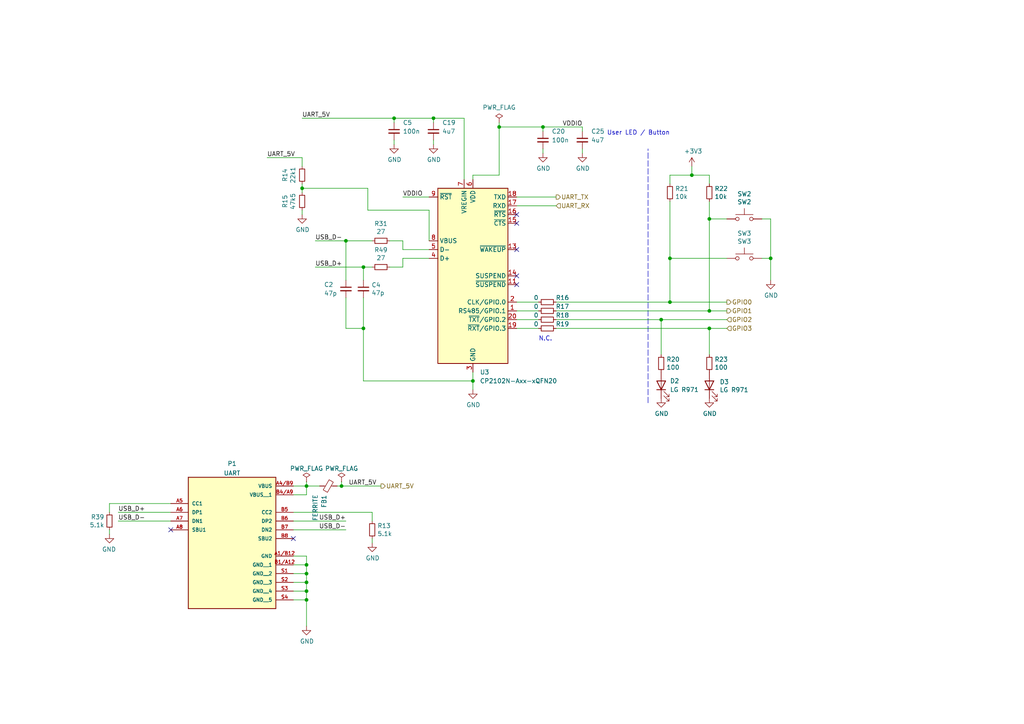
<source format=kicad_sch>
(kicad_sch (version 20250114) (generator "eeschema") (generator_version "9.0")
  (paper "A4")
  (lib_symbols
    (symbol "Device:C_Small" (pin_numbers (hide yes)) (pin_names (offset 0.254) (hide yes))
      (property "Reference" "C" (at 0.254 1.778 0))
      (property "Value" "C_Small" (at 0.254 -2.032 0))
      (symbol "C_Small_0_1"
        (polyline (pts (xy -1.524 0.508) (xy 1.524 0.508)) (stroke (width 0.3048)))
        (polyline (pts (xy -1.524 -0.508) (xy 1.524 -0.508)) (stroke (width 0.3302)))
      )
      (symbol "C_Small_1_1"
        (pin passive line (at 0 2.54 270) (length 2.032) (name "~") (number "1"))
        (pin passive line (at 0 -2.54 90) (length 2.032) (name "~") (number "2"))
      )
    )
    (symbol "Device:FerriteBead_Small" (pin_numbers (hide yes)) (pin_names (offset 0))
      (property "Reference" "FB" (at 1.905 1.27 0))
      (property "Value" "FerriteBead_Small" (at 1.905 -1.27 0))
      (symbol "FerriteBead_Small_0_1"
        (polyline (pts (xy -1.8288 0.2794) (xy -1.1176 1.4986) (xy 1.8288 -0.2032) (xy 1.1176 -1.4224) (xy -1.8288 0.2794)))
        (polyline (pts (xy 0 0.889) (xy 0 1.2954)))
        (polyline (pts (xy 0 -1.27) (xy 0 -0.7874)))
      )
      (symbol "FerriteBead_Small_1_1"
        (pin passive line (at 0 2.54 270) (length 1.27) (name "~") (number "1"))
        (pin passive line (at 0 -2.54 90) (length 1.27) (name "~") (number "2"))
      )
    )
    (symbol "Device:LED" (pin_numbers (hide yes)) (pin_names (offset 1.016) (hide yes))
      (property "Reference" "D" (at 0 2.54 0))
      (property "Value" "LED" (at 0 -2.54 0))
      (symbol "LED_0_1"
        (polyline (pts (xy -3.048 -0.762) (xy -4.572 -2.286) (xy -3.81 -2.286) (xy -4.572 -2.286) (xy -4.572 -1.524)))
        (polyline (pts (xy -1.778 -0.762) (xy -3.302 -2.286) (xy -2.54 -2.286) (xy -3.302 -2.286) (xy -3.302 -1.524)))
        (polyline (pts (xy -1.27 0) (xy 1.27 0)))
        (polyline (pts (xy -1.27 -1.27) (xy -1.27 1.27)) (stroke (width 0.254)))
        (polyline (pts (xy 1.27 -1.27) (xy 1.27 1.27) (xy -1.27 0) (xy 1.27 -1.27)) (stroke (width 0.254)))
      )
      (symbol "LED_1_1"
        (pin passive line (at -3.81 0 0) (length 2.54) (name "K") (number "1"))
        (pin passive line (at 3.81 0 180) (length 2.54) (name "A") (number "2"))
      )
    )
    (symbol "Device:R_Small" (pin_numbers (hide yes)) (pin_names (offset 0.254) (hide yes))
      (property "Reference" "R" (at 0.762 0.508 0))
      (property "Value" "R_Small" (at 0.762 -1.016 0))
      (symbol "R_Small_0_1"
        (rectangle (start -0.762 1.778) (end 0.762 -1.778) (stroke (width 0.2032)))
      )
      (symbol "R_Small_1_1"
        (pin passive line (at 0 2.54 270) (length 0.762) (name "~") (number "1"))
        (pin passive line (at 0 -2.54 90) (length 0.762) (name "~") (number "2"))
      )
    )
    (symbol "GND_1" (power) (pin_names (offset 0))
      (property "Value" "GND" (at 0 -3.81 0))
      (symbol "GND_1_0_1"
        (polyline (pts (xy 0 0) (xy 0 -1.27) (xy 1.27 -1.27) (xy 0 -2.54) (xy -1.27 -1.27) (xy 0 -1.27)))
      )
      (symbol "GND_1_1_1"
        (pin power_in line (at 0 0 270) (length 0) (hide yes) (name "GND") (number "1"))
      )
    )
    (symbol "GND_10" (power) (pin_names (offset 0))
      (property "Value" "GND" (at 0 -3.81 0))
      (symbol "GND_10_0_1"
        (polyline (pts (xy 0 0) (xy 0 -1.27) (xy 1.27 -1.27) (xy 0 -2.54) (xy -1.27 -1.27) (xy 0 -1.27)))
      )
      (symbol "GND_10_1_1"
        (pin power_in line (at 0 0 270) (length 0) (hide yes) (name "GND") (number "1"))
      )
    )
    (symbol "GND_11" (power) (pin_names (offset 0))
      (property "Value" "GND" (at 0 -3.81 0))
      (symbol "GND_11_0_1"
        (polyline (pts (xy 0 0) (xy 0 -1.27) (xy 1.27 -1.27) (xy 0 -2.54) (xy -1.27 -1.27) (xy 0 -1.27)))
      )
      (symbol "GND_11_1_1"
        (pin power_in line (at 0 0 270) (length 0) (hide yes) (name "GND") (number "1"))
      )
    )
    (symbol "GND_2" (power) (pin_names (offset 0))
      (property "Value" "GND" (at 0 -3.81 0))
      (symbol "GND_2_0_1"
        (polyline (pts (xy 0 0) (xy 0 -1.27) (xy 1.27 -1.27) (xy 0 -2.54) (xy -1.27 -1.27) (xy 0 -1.27)))
      )
      (symbol "GND_2_1_1"
        (pin power_in line (at 0 0 270) (length 0) (hide yes) (name "GND") (number "1"))
      )
    )
    (symbol "GND_3" (power) (pin_names (offset 0))
      (property "Value" "GND" (at 0 -3.81 0))
      (symbol "GND_3_0_1"
        (polyline (pts (xy 0 0) (xy 0 -1.27) (xy 1.27 -1.27) (xy 0 -2.54) (xy -1.27 -1.27) (xy 0 -1.27)))
      )
      (symbol "GND_3_1_1"
        (pin power_in line (at 0 0 270) (length 0) (hide yes) (name "GND") (number "1"))
      )
    )
    (symbol "GND_4" (power) (pin_names (offset 0))
      (property "Value" "GND" (at 0 -3.81 0))
      (symbol "GND_4_0_1"
        (polyline (pts (xy 0 0) (xy 0 -1.27) (xy 1.27 -1.27) (xy 0 -2.54) (xy -1.27 -1.27) (xy 0 -1.27)))
      )
      (symbol "GND_4_1_1"
        (pin power_in line (at 0 0 270) (length 0) (hide yes) (name "GND") (number "1"))
      )
    )
    (symbol "GND_5" (power) (pin_names (offset 0))
      (property "Value" "GND" (at 0 -3.81 0))
      (symbol "GND_5_0_1"
        (polyline (pts (xy 0 0) (xy 0 -1.27) (xy 1.27 -1.27) (xy 0 -2.54) (xy -1.27 -1.27) (xy 0 -1.27)))
      )
      (symbol "GND_5_1_1"
        (pin power_in line (at 0 0 270) (length 0) (hide yes) (name "GND") (number "1"))
      )
    )
    (symbol "GND_6" (power) (pin_names (offset 0))
      (property "Value" "GND" (at 0 -3.81 0))
      (symbol "GND_6_0_1"
        (polyline (pts (xy 0 0) (xy 0 -1.27) (xy 1.27 -1.27) (xy 0 -2.54) (xy -1.27 -1.27) (xy 0 -1.27)))
      )
      (symbol "GND_6_1_1"
        (pin power_in line (at 0 0 270) (length 0) (hide yes) (name "GND") (number "1"))
      )
    )
    (symbol "GND_7" (power) (pin_names (offset 0))
      (property "Value" "GND" (at 0 -3.81 0))
      (symbol "GND_7_0_1"
        (polyline (pts (xy 0 0) (xy 0 -1.27) (xy 1.27 -1.27) (xy 0 -2.54) (xy -1.27 -1.27) (xy 0 -1.27)))
      )
      (symbol "GND_7_1_1"
        (pin power_in line (at 0 0 270) (length 0) (hide yes) (name "GND") (number "1"))
      )
    )
    (symbol "GND_8" (power) (pin_names (offset 0))
      (property "Value" "GND" (at 0 -3.81 0))
      (symbol "GND_8_0_1"
        (polyline (pts (xy 0 0) (xy 0 -1.27) (xy 1.27 -1.27) (xy 0 -2.54) (xy -1.27 -1.27) (xy 0 -1.27)))
      )
      (symbol "GND_8_1_1"
        (pin power_in line (at 0 0 270) (length 0) (hide yes) (name "GND") (number "1"))
      )
    )
    (symbol "GND_9" (power) (pin_names (offset 0))
      (property "Value" "GND" (at 0 -3.81 0))
      (symbol "GND_9_0_1"
        (polyline (pts (xy 0 0) (xy 0 -1.27) (xy 1.27 -1.27) (xy 0 -2.54) (xy -1.27 -1.27) (xy 0 -1.27)))
      )
      (symbol "GND_9_1_1"
        (pin power_in line (at 0 0 270) (length 0) (hide yes) (name "GND") (number "1"))
      )
    )
    (symbol "Interface_USB:CP2102N-Axx-xQFN20"
      (property "Reference" "U" (at -8.89 26.67 0))
      (property "Value" "CP2102N-Axx-xQFN20" (at 12.7 26.67 0))
      (symbol "CP2102N-Axx-xQFN20_0_1"
        (rectangle (start -10.16 25.4) (end 10.16 -25.4) (stroke (width 0.254)) (fill (type background)))
      )
      (symbol "CP2102N-Axx-xQFN20_1_1"
        (pin input line (at -12.7 22.86 0) (length 2.54) (name "~{RST}") (number "9"))
        (pin input line (at -12.7 10.16 0) (length 2.54) (name "VBUS") (number "8"))
        (pin bidirectional line (at -12.7 7.62 0) (length 2.54) (name "D-") (number "5"))
        (pin bidirectional line (at -12.7 5.08 0) (length 2.54) (name "D+") (number "4"))
        (pin no_connect line (at -10.16 -22.86 0) (length 2.54) (hide yes) (name "NC") (number "10"))
        (pin power_in line (at -2.54 27.94 270) (length 2.54) (name "VREGIN") (number "7"))
        (pin power_in line (at 0 27.94 270) (length 2.54) (name "VDD") (number "6"))
        (pin passive line (at 0 -27.94 90) (length 2.54) (hide yes) (name "GND") (number "12"))
        (pin passive line (at 0 -27.94 90) (length 2.54) (hide yes) (name "GND") (number "21"))
        (pin power_in line (at 0 -27.94 90) (length 2.54) (name "GND") (number "3"))
        (pin output line (at 12.7 22.86 180) (length 2.54) (name "TXD") (number "18"))
        (pin input line (at 12.7 20.32 180) (length 2.54) (name "RXD") (number "17"))
        (pin output line (at 12.7 17.78 180) (length 2.54) (name "~{RTS}") (number "16"))
        (pin input line (at 12.7 15.24 180) (length 2.54) (name "~{CTS}") (number "15"))
        (pin input line (at 12.7 7.62 180) (length 2.54) (name "~{WAKEUP}") (number "13"))
        (pin output line (at 12.7 0 180) (length 2.54) (name "SUSPEND") (number "14"))
        (pin output line (at 12.7 -2.54 180) (length 2.54) (name "~{SUSPEND}") (number "11"))
        (pin bidirectional line (at 12.7 -7.62 180) (length 2.54) (name "CLK/GPIO.0") (number "2"))
        (pin bidirectional line (at 12.7 -10.16 180) (length 2.54) (name "RS485/GPIO.1") (number "1"))
        (pin bidirectional line (at 12.7 -12.7 180) (length 2.54) (name "~{TXT}/GPIO.2") (number "20"))
        (pin bidirectional line (at 12.7 -15.24 180) (length 2.54) (name "~{RXT}/GPIO.3") (number "19"))
      )
    )
    (symbol "LED_1" (pin_numbers (hide yes)) (pin_names (offset 1.016) (hide yes))
      (property "Reference" "D" (at 0 2.54 0))
      (property "Value" "LED" (at 0 -2.54 0))
      (symbol "LED_1_0_1"
        (polyline (pts (xy -3.048 -0.762) (xy -4.572 -2.286) (xy -3.81 -2.286) (xy -4.572 -2.286) (xy -4.572 -1.524)))
        (polyline (pts (xy -1.778 -0.762) (xy -3.302 -2.286) (xy -2.54 -2.286) (xy -3.302 -2.286) (xy -3.302 -1.524)))
        (polyline (pts (xy -1.27 0) (xy 1.27 0)))
        (polyline (pts (xy -1.27 -1.27) (xy -1.27 1.27)) (stroke (width 0.254)))
        (polyline (pts (xy 1.27 -1.27) (xy 1.27 1.27) (xy -1.27 0) (xy 1.27 -1.27)) (stroke (width 0.254)))
      )
      (symbol "LED_1_1_1"
        (pin passive line (at -3.81 0 0) (length 2.54) (name "K") (number "1"))
        (pin passive line (at 3.81 0 180) (length 2.54) (name "A") (number "2"))
      )
    )
    (symbol "PWR_FLAG_1" (power) (pin_numbers (hide yes)) (pin_names (offset 0) (hide yes))
      (property "Value" "PWR_FLAG" (at 0 3.81 0))
      (symbol "PWR_FLAG_1_0_0"
        (pin power_out line (at 0 0 90) (length 0) (name "pwr") (number "1"))
      )
      (symbol "PWR_FLAG_1_0_1"
        (polyline (pts (xy 0 0) (xy 0 1.27) (xy -1.016 1.905) (xy 0 2.54) (xy 1.016 1.905) (xy 0 1.27)))
      )
    )
    (symbol "PWR_FLAG_2" (power) (pin_numbers (hide yes)) (pin_names (offset 0) (hide yes))
      (property "Value" "PWR_FLAG" (at 0 3.81 0))
      (symbol "PWR_FLAG_2_0_0"
        (pin power_out line (at 0 0 90) (length 0) (name "pwr") (number "1"))
      )
      (symbol "PWR_FLAG_2_0_1"
        (polyline (pts (xy 0 0) (xy 0 1.27) (xy -1.016 1.905) (xy 0 2.54) (xy 1.016 1.905) (xy 0 1.27)))
      )
    )
    (symbol "R_Small_1" (pin_numbers (hide yes)) (pin_names (offset 0.254) (hide yes))
      (property "Reference" "R" (at 0.762 0.508 0))
      (property "Value" "R_Small" (at 0.762 -1.016 0))
      (symbol "R_Small_1_0_1"
        (rectangle (start -0.762 1.778) (end 0.762 -1.778) (stroke (width 0.2032)))
      )
      (symbol "R_Small_1_1_1"
        (pin passive line (at 0 2.54 270) (length 0.762) (name "~") (number "1"))
        (pin passive line (at 0 -2.54 90) (length 0.762) (name "~") (number "2"))
      )
    )
    (symbol "R_Small_10" (pin_numbers (hide yes)) (pin_names (offset 0.254) (hide yes))
      (property "Reference" "R" (at 0.762 0.508 0))
      (property "Value" "R_Small" (at 0.762 -1.016 0))
      (symbol "R_Small_10_0_1"
        (rectangle (start -0.762 1.778) (end 0.762 -1.778) (stroke (width 0.2032)))
      )
      (symbol "R_Small_10_1_1"
        (pin passive line (at 0 2.54 270) (length 0.762) (name "~") (number "1"))
        (pin passive line (at 0 -2.54 90) (length 0.762) (name "~") (number "2"))
      )
    )
    (symbol "R_Small_11" (pin_numbers (hide yes)) (pin_names (offset 0.254) (hide yes))
      (property "Reference" "R" (at 0.762 0.508 0))
      (property "Value" "R_Small" (at 0.762 -1.016 0))
      (symbol "R_Small_11_0_1"
        (rectangle (start -0.762 1.778) (end 0.762 -1.778) (stroke (width 0.2032)))
      )
      (symbol "R_Small_11_1_1"
        (pin passive line (at 0 2.54 270) (length 0.762) (name "~") (number "1"))
        (pin passive line (at 0 -2.54 90) (length 0.762) (name "~") (number "2"))
      )
    )
    (symbol "R_Small_12" (pin_numbers (hide yes)) (pin_names (offset 0.254) (hide yes))
      (property "Reference" "R" (at 0.762 0.508 0))
      (property "Value" "R_Small" (at 0.762 -1.016 0))
      (symbol "R_Small_12_0_1"
        (rectangle (start -0.762 1.778) (end 0.762 -1.778) (stroke (width 0.2032)))
      )
      (symbol "R_Small_12_1_1"
        (pin passive line (at 0 2.54 270) (length 0.762) (name "~") (number "1"))
        (pin passive line (at 0 -2.54 90) (length 0.762) (name "~") (number "2"))
      )
    )
    (symbol "R_Small_13" (pin_numbers (hide yes)) (pin_names (offset 0.254) (hide yes))
      (property "Reference" "R" (at 0.762 0.508 0))
      (property "Value" "R_Small" (at 0.762 -1.016 0))
      (symbol "R_Small_13_0_1"
        (rectangle (start -0.762 1.778) (end 0.762 -1.778) (stroke (width 0.2032)))
      )
      (symbol "R_Small_13_1_1"
        (pin passive line (at 0 2.54 270) (length 0.762) (name "~") (number "1"))
        (pin passive line (at 0 -2.54 90) (length 0.762) (name "~") (number "2"))
      )
    )
    (symbol "R_Small_2" (pin_numbers (hide yes)) (pin_names (offset 0.254) (hide yes))
      (property "Reference" "R" (at 0.762 0.508 0))
      (property "Value" "R_Small" (at 0.762 -1.016 0))
      (symbol "R_Small_2_0_1"
        (rectangle (start -0.762 1.778) (end 0.762 -1.778) (stroke (width 0.2032)))
      )
      (symbol "R_Small_2_1_1"
        (pin passive line (at 0 2.54 270) (length 0.762) (name "~") (number "1"))
        (pin passive line (at 0 -2.54 90) (length 0.762) (name "~") (number "2"))
      )
    )
    (symbol "R_Small_3" (pin_numbers (hide yes)) (pin_names (offset 0.254) (hide yes))
      (property "Reference" "R" (at 0.762 0.508 0))
      (property "Value" "R_Small" (at 0.762 -1.016 0))
      (symbol "R_Small_3_0_1"
        (rectangle (start -0.762 1.778) (end 0.762 -1.778) (stroke (width 0.2032)))
      )
      (symbol "R_Small_3_1_1"
        (pin passive line (at 0 2.54 270) (length 0.762) (name "~") (number "1"))
        (pin passive line (at 0 -2.54 90) (length 0.762) (name "~") (number "2"))
      )
    )
    (symbol "R_Small_4" (pin_numbers (hide yes)) (pin_names (offset 0.254) (hide yes))
      (property "Reference" "R" (at 0.762 0.508 0))
      (property "Value" "R_Small" (at 0.762 -1.016 0))
      (symbol "R_Small_4_0_1"
        (rectangle (start -0.762 1.778) (end 0.762 -1.778) (stroke (width 0.2032)))
      )
      (symbol "R_Small_4_1_1"
        (pin passive line (at 0 2.54 270) (length 0.762) (name "~") (number "1"))
        (pin passive line (at 0 -2.54 90) (length 0.762) (name "~") (number "2"))
      )
    )
    (symbol "R_Small_5" (pin_numbers (hide yes)) (pin_names (offset 0.254) (hide yes))
      (property "Reference" "R" (at 0.762 0.508 0))
      (property "Value" "R_Small" (at 0.762 -1.016 0))
      (symbol "R_Small_5_0_1"
        (rectangle (start -0.762 1.778) (end 0.762 -1.778) (stroke (width 0.2032)))
      )
      (symbol "R_Small_5_1_1"
        (pin passive line (at 0 2.54 270) (length 0.762) (name "~") (number "1"))
        (pin passive line (at 0 -2.54 90) (length 0.762) (name "~") (number "2"))
      )
    )
    (symbol "R_Small_6" (pin_numbers (hide yes)) (pin_names (offset 0.254) (hide yes))
      (property "Reference" "R" (at 0.762 0.508 0))
      (property "Value" "R_Small" (at 0.762 -1.016 0))
      (symbol "R_Small_6_0_1"
        (rectangle (start -0.762 1.778) (end 0.762 -1.778) (stroke (width 0.2032)))
      )
      (symbol "R_Small_6_1_1"
        (pin passive line (at 0 2.54 270) (length 0.762) (name "~") (number "1"))
        (pin passive line (at 0 -2.54 90) (length 0.762) (name "~") (number "2"))
      )
    )
    (symbol "R_Small_7" (pin_numbers (hide yes)) (pin_names (offset 0.254) (hide yes))
      (property "Reference" "R" (at 0.762 0.508 0))
      (property "Value" "R_Small" (at 0.762 -1.016 0))
      (symbol "R_Small_7_0_1"
        (rectangle (start -0.762 1.778) (end 0.762 -1.778) (stroke (width 0.2032)))
      )
      (symbol "R_Small_7_1_1"
        (pin passive line (at 0 2.54 270) (length 0.762) (name "~") (number "1"))
        (pin passive line (at 0 -2.54 90) (length 0.762) (name "~") (number "2"))
      )
    )
    (symbol "R_Small_8" (pin_numbers (hide yes)) (pin_names (offset 0.254) (hide yes))
      (property "Reference" "R" (at 0.762 0.508 0))
      (property "Value" "R_Small" (at 0.762 -1.016 0))
      (symbol "R_Small_8_0_1"
        (rectangle (start -0.762 1.778) (end 0.762 -1.778) (stroke (width 0.2032)))
      )
      (symbol "R_Small_8_1_1"
        (pin passive line (at 0 2.54 270) (length 0.762) (name "~") (number "1"))
        (pin passive line (at 0 -2.54 90) (length 0.762) (name "~") (number "2"))
      )
    )
    (symbol "R_Small_9" (pin_numbers (hide yes)) (pin_names (offset 0.254) (hide yes))
      (property "Reference" "R" (at 0.762 0.508 0))
      (property "Value" "R_Small" (at 0.762 -1.016 0))
      (symbol "R_Small_9_0_1"
        (rectangle (start -0.762 1.778) (end 0.762 -1.778) (stroke (width 0.2032)))
      )
      (symbol "R_Small_9_1_1"
        (pin passive line (at 0 2.54 270) (length 0.762) (name "~") (number "1"))
        (pin passive line (at 0 -2.54 90) (length 0.762) (name "~") (number "2"))
      )
    )
    (symbol "Switch:SW_Push" (pin_numbers (hide yes)) (pin_names (offset 1.016) (hide yes))
      (property "Reference" "SW" (at 1.27 2.54 0))
      (property "Value" "SW_Push" (at 0 -1.524 0))
      (symbol "SW_Push_0_1"
        (circle (center -2.032 0) (radius 0.508))
        (polyline (pts (xy 0 1.27) (xy 0 3.048)))
        (circle (center 2.032 0) (radius 0.508))
        (polyline (pts (xy 2.54 1.27) (xy -2.54 1.27)))
        (pin passive line (at -5.08 0 0) (length 2.54) (name "1") (number "1"))
        (pin passive line (at 5.08 0 180) (length 2.54) (name "2") (number "2"))
      )
    )
    (symbol "power:+3V3" (power) (pin_names (offset 0))
      (property "Value" "+3V3" (at 0 3.556 0))
      (symbol "+3V3_0_1"
        (polyline (pts (xy -0.762 1.27) (xy 0 2.54)))
        (polyline (pts (xy 0 2.54) (xy 0.762 1.27)))
        (polyline (pts (xy 0 0) (xy 0 2.54)))
      )
      (symbol "+3V3_1_1"
        (pin power_in line (at 0 0 90) (length 0) (hide yes) (name "+3V3") (number "1"))
      )
    )
    (symbol "power:GND" (power) (pin_names (offset 0))
      (property "Value" "GND" (at 0 -3.81 0))
      (symbol "GND_0_1"
        (polyline (pts (xy 0 0) (xy 0 -1.27) (xy 1.27 -1.27) (xy 0 -2.54) (xy -1.27 -1.27) (xy 0 -1.27)))
      )
      (symbol "GND_1_1"
        (pin power_in line (at 0 0 270) (length 0) (hide yes) (name "GND") (number "1"))
      )
    )
    (symbol "power:PWR_FLAG" (power) (pin_numbers (hide yes)) (pin_names (offset 0) (hide yes))
      (property "Value" "PWR_FLAG" (at 0 3.81 0))
      (symbol "PWR_FLAG_0_0"
        (pin power_out line (at 0 0 90) (length 0) (name "pwr") (number "1"))
      )
      (symbol "PWR_FLAG_0_1"
        (polyline (pts (xy 0 0) (xy 0 1.27) (xy -1.016 1.905) (xy 0 2.54) (xy 1.016 1.905) (xy 0 1.27)))
      )
    )
    (symbol "snapeda:USB4110-GF-A_REVB" (pin_names (offset 1.016))
      (property "Reference" "J" (at -12.7 11.43 0))
      (property "Value" "USB4110-GF-A_REVB" (at -12.7 -30.48 0))
      (symbol "USB4110-GF-A_REVB_0_0"
        (rectangle (start -12.7 -27.94) (end 12.7 10.16) (stroke (width 0.254)) (fill (type background)))
        (pin bidirectional line (at -17.78 2.54 0) (length 5.08) (name "CC1") (number "A5"))
        (pin bidirectional line (at -17.78 0 0) (length 5.08) (name "DP1") (number "A6"))
        (pin bidirectional line (at -17.78 -2.54 0) (length 5.08) (name "DN1") (number "A7"))
        (pin bidirectional line (at -17.78 -5.08 0) (length 5.08) (name "SBU1") (number "A8"))
        (pin power_in line (at 17.78 7.62 180) (length 5.08) (name "VBUS") (number "A4/B9"))
        (pin power_in line (at 17.78 5.08 180) (length 5.08) (name "VBUS__1") (number "B4/A9"))
        (pin bidirectional line (at 17.78 0 180) (length 5.08) (name "CC2") (number "B5"))
        (pin bidirectional line (at 17.78 -2.54 180) (length 5.08) (name "DP2") (number "B6"))
        (pin bidirectional line (at 17.78 -5.08 180) (length 5.08) (name "DN2") (number "B7"))
        (pin bidirectional line (at 17.78 -7.62 180) (length 5.08) (name "SBU2") (number "B8"))
        (pin power_in line (at 17.78 -12.7 180) (length 5.08) (name "GND") (number "A1/B12"))
        (pin power_in line (at 17.78 -15.24 180) (length 5.08) (name "GND__1") (number "B1/A12"))
        (pin power_in line (at 17.78 -17.78 180) (length 5.08) (name "GND__2") (number "S1"))
        (pin power_in line (at 17.78 -20.32 180) (length 5.08) (name "GND__3") (number "S2"))
        (pin power_in line (at 17.78 -22.86 180) (length 5.08) (name "GND__4") (number "S3"))
        (pin power_in line (at 17.78 -25.4 180) (length 5.08) (name "GND__5") (number "S4"))
      )
    )
  )
  (text "User LED / Button" (at 194.31 39.37 0) (effects (font (size 1.27 1.27)) (justify right bottom)))
  (text "N.C." (at 156.21 99.06 0) (effects (font (size 1.27 1.27)) (justify left bottom)))
  (junction (at 125.73 34.29))
  (junction (at 105.41 95.25))
  (junction (at 223.52 74.93))
  (junction (at 105.41 77.47))
  (junction (at 200.66 50.8))
  (junction (at 88.9 166.37))
  (junction (at 205.74 90.17))
  (junction (at 191.77 92.71))
  (junction (at 205.74 95.25))
  (junction (at 137.16 110.49))
  (junction (at 87.63 54.61))
  (junction (at 88.9 163.83))
  (junction (at 194.31 87.63))
  (junction (at 88.9 168.91))
  (junction (at 88.9 171.45))
  (junction (at 144.78 36.83))
  (junction (at 88.9 140.97))
  (junction (at 114.3 34.29))
  (junction (at 88.9 173.99))
  (junction (at 100.33 69.85))
  (junction (at 194.31 74.93))
  (junction (at 205.74 63.5))
  (junction (at 99.06 140.97))
  (junction (at 157.48 36.83))
  (no_connect (at 149.86 62.23))
  (no_connect (at 49.53 153.67))
  (no_connect (at 85.09 156.21))
  (no_connect (at 149.86 64.77))
  (no_connect (at 149.86 80.01))
  (no_connect (at 149.86 72.39))
  (no_connect (at 149.86 82.55))
  (wire (pts (xy 114.3 35.56) (xy 114.3 34.29)))
  (wire (pts (xy 161.29 92.71) (xy 191.77 92.71)))
  (wire (pts (xy 125.73 34.29) (xy 125.73 35.56)))
  (wire (pts (xy 194.31 74.93) (xy 194.31 58.42)))
  (wire (pts (xy 161.29 90.17) (xy 205.74 90.17)))
  (wire (pts (xy 107.95 148.59) (xy 107.95 151.13)))
  (wire (pts (xy 85.09 166.37) (xy 88.9 166.37)))
  (wire (pts (xy 100.33 69.85) (xy 91.44 69.85)))
  (wire (pts (xy 194.31 74.93) (xy 210.82 74.93)))
  (wire (pts (xy 87.63 34.29) (xy 114.3 34.29)))
  (wire (pts (xy 49.53 146.05) (xy 31.75 146.05)))
  (wire (pts (xy 85.09 173.99) (xy 88.9 173.99)))
  (wire (pts (xy 88.9 140.97) (xy 92.71 140.97)))
  (wire (pts (xy 220.98 63.5) (xy 223.52 63.5)))
  (wire (pts (xy 194.31 87.63) (xy 210.82 87.63)))
  (wire (pts (xy 85.09 161.29) (xy 88.9 161.29)))
  (wire (pts (xy 88.9 161.29) (xy 88.9 163.83)))
  (wire (pts (xy 88.9 163.83) (xy 88.9 166.37)))
  (wire (pts (xy 88.9 166.37) (xy 88.9 168.91)))
  (wire (pts (xy 88.9 168.91) (xy 88.9 171.45)))
  (wire (pts (xy 88.9 171.45) (xy 88.9 173.99)))
  (wire (pts (xy 88.9 173.99) (xy 88.9 181.61)))
  (wire (pts (xy 157.48 36.83) (xy 168.91 36.83)))
  (wire (pts (xy 85.09 171.45) (xy 88.9 171.45)))
  (wire (pts (xy 88.9 139.7) (xy 88.9 140.97)))
  (wire (pts (xy 205.74 95.25) (xy 210.82 95.25)))
  (wire (pts (xy 125.73 40.64) (xy 125.73 41.91)))
  (wire (pts (xy 191.77 92.71) (xy 210.82 92.71)))
  (wire (pts (xy 116.84 72.39) (xy 116.84 69.85)))
  (wire (pts (xy 105.41 110.49) (xy 137.16 110.49)))
  (wire (pts (xy 205.74 102.87) (xy 205.74 95.25)))
  (wire (pts (xy 161.29 95.25) (xy 205.74 95.25)))
  (wire (pts (xy 144.78 50.8) (xy 144.78 36.83)))
  (wire (pts (xy 157.48 38.1) (xy 157.48 36.83)))
  (wire (pts (xy 223.52 63.5) (xy 223.52 74.93)))
  (wire (pts (xy 114.3 34.29) (xy 125.73 34.29)))
  (wire (pts (xy 144.78 36.83) (xy 157.48 36.83)))
  (wire (pts (xy 137.16 110.49) (xy 137.16 107.95)))
  (wire (pts (xy 124.46 72.39) (xy 116.84 72.39)))
  (wire (pts (xy 194.31 53.34) (xy 194.31 50.8)))
  (wire (pts (xy 223.52 74.93) (xy 223.52 81.28)))
  (wire (pts (xy 205.74 63.5) (xy 205.74 58.42)))
  (wire (pts (xy 85.09 148.59) (xy 107.95 148.59)))
  (wire (pts (xy 114.3 41.91) (xy 114.3 40.64)))
  (wire (pts (xy 191.77 102.87) (xy 191.77 92.71)))
  (wire (pts (xy 144.78 35.56) (xy 144.78 36.83)))
  (wire (pts (xy 99.06 140.97) (xy 110.49 140.97)))
  (wire (pts (xy 77.47 45.72) (xy 87.63 45.72)))
  (wire (pts (xy 85.09 168.91) (xy 88.9 168.91)))
  (wire (pts (xy 31.75 146.05) (xy 31.75 148.59)))
  (wire (pts (xy 99.06 139.7) (xy 99.06 140.97)))
  (wire (pts (xy 87.63 54.61) (xy 106.68 54.61)))
  (wire (pts (xy 87.63 54.61) (xy 87.63 55.88)))
  (wire (pts (xy 161.29 87.63) (xy 194.31 87.63)))
  (wire (pts (xy 149.86 92.71) (xy 156.21 92.71)))
  (wire (pts (xy 161.29 57.15) (xy 149.86 57.15)))
  (wire (pts (xy 157.48 44.45) (xy 157.48 43.18)))
  (wire (pts (xy 85.09 151.13) (xy 100.33 151.13)))
  (wire (pts (xy 205.74 90.17) (xy 210.82 90.17)))
  (wire (pts (xy 105.41 77.47) (xy 91.44 77.47)))
  (wire (pts (xy 107.95 69.85) (xy 100.33 69.85)))
  (wire (pts (xy 100.33 86.36) (xy 100.33 95.25)))
  (wire (pts (xy 168.91 43.18) (xy 168.91 44.45)))
  (wire (pts (xy 168.91 36.83) (xy 168.91 38.1)))
  (wire (pts (xy 31.75 153.67) (xy 31.75 154.94)))
  (wire (pts (xy 194.31 74.93) (xy 194.31 87.63)))
  (wire (pts (xy 116.84 77.47) (xy 113.03 77.47)))
  (wire (pts (xy 85.09 140.97) (xy 88.9 140.97)))
  (wire (pts (xy 85.09 163.83) (xy 88.9 163.83)))
  (wire (pts (xy 149.86 59.69) (xy 161.29 59.69)))
  (wire (pts (xy 87.63 60.96) (xy 87.63 62.23)))
  (wire (pts (xy 85.09 153.67) (xy 100.33 153.67)))
  (wire (pts (xy 205.74 63.5) (xy 205.74 90.17)))
  (wire (pts (xy 205.74 63.5) (xy 210.82 63.5)))
  (wire (pts (xy 125.73 34.29) (xy 134.62 34.29)))
  (wire (pts (xy 149.86 87.63) (xy 156.21 87.63)))
  (wire (pts (xy 107.95 156.21) (xy 107.95 157.48)))
  (wire (pts (xy 107.95 77.47) (xy 105.41 77.47)))
  (wire (pts (xy 105.41 81.28) (xy 105.41 77.47)))
  (wire (pts (xy 116.84 74.93) (xy 116.84 77.47)))
  (wire (pts (xy 34.29 148.59) (xy 49.53 148.59)))
  (wire (pts (xy 116.84 69.85) (xy 113.03 69.85)))
  (wire (pts (xy 124.46 74.93) (xy 116.84 74.93)))
  (polyline (pts (xy 187.96 116.84) (xy 187.96 43.18)) (stroke (width 0) (type dash)))
  (wire (pts (xy 116.84 57.15) (xy 124.46 57.15)))
  (wire (pts (xy 137.16 50.8) (xy 137.16 52.07)))
  (wire (pts (xy 100.33 81.28) (xy 100.33 69.85)))
  (wire (pts (xy 137.16 50.8) (xy 144.78 50.8)))
  (wire (pts (xy 87.63 53.34) (xy 87.63 54.61)))
  (wire (pts (xy 149.86 90.17) (xy 156.21 90.17)))
  (wire (pts (xy 105.41 86.36) (xy 105.41 95.25)))
  (wire (pts (xy 106.68 54.61) (xy 106.68 60.96)))
  (wire (pts (xy 124.46 69.85) (xy 124.46 60.96)))
  (wire (pts (xy 34.29 151.13) (xy 49.53 151.13)))
  (wire (pts (xy 200.66 48.26) (xy 200.66 50.8)))
  (wire (pts (xy 85.09 143.51) (xy 88.9 143.51)))
  (wire (pts (xy 88.9 143.51) (xy 88.9 140.97)))
  (wire (pts (xy 105.41 95.25) (xy 105.41 110.49)))
  (wire (pts (xy 205.74 50.8) (xy 205.74 53.34)))
  (wire (pts (xy 205.74 50.8) (xy 200.66 50.8)))
  (wire (pts (xy 87.63 45.72) (xy 87.63 48.26)))
  (wire (pts (xy 100.33 95.25) (xy 105.41 95.25)))
  (wire (pts (xy 106.68 60.96) (xy 124.46 60.96)))
  (wire (pts (xy 149.86 95.25) (xy 156.21 95.25)))
  (wire (pts (xy 137.16 110.49) (xy 137.16 113.03)))
  (wire (pts (xy 97.79 140.97) (xy 99.06 140.97)))
  (wire (pts (xy 134.62 34.29) (xy 134.62 52.07)))
  (wire (pts (xy 194.31 50.8) (xy 200.66 50.8)))
  (wire (pts (xy 220.98 74.93) (xy 223.52 74.93)))
  (label "VDDIO" (at 168.91 36.83 180))
  (label "USB_D+" (at 34.29 148.59 0))
  (label "UART_5V" (at 109.22 140.97 180))
  (label "USB_D+" (at 91.44 77.47 0))
  (label "UART_5V" (at 77.47 45.72 0))
  (label "USB_D-" (at 34.29 151.13 0))
  (label "USB_D-" (at 100.33 153.67 180))
  (label "USB_D+" (at 100.33 151.13 180))
  (label "UART_5V" (at 87.63 34.29 0))
  (label "USB_D-" (at 91.44 69.85 0))
  (label "VDDIO" (at 116.84 57.15 0))
  (hierarchical_label "GPIO1" (shape output) (at 210.82 90.17 0))
  (hierarchical_label "UART_RX" (shape input) (at 161.29 59.69 0))
  (hierarchical_label "GPIO2" (shape input) (at 210.82 92.71 0))
  (hierarchical_label "GPIO0" (shape output) (at 210.82 87.63 0))
  (hierarchical_label "UART_TX" (shape output) (at 161.29 57.15 0))
  (hierarchical_label "UART_5V" (shape output) (at 110.49 140.97 0))
  (hierarchical_label "GPIO3" (shape input) (at 210.82 95.25 0))
  (symbol (lib_name "R_Small_13") (lib_id "Device:R_Small") (at 107.95 153.67 180) (unit 1)
    (property "Reference" "R13" (at 109.4486 152.5016 0) (effects (justify right)))
    (property "Value" "5.1k" (at 109.4486 154.813 0) (effects (justify right)))
    (property "Footprint" "Resistor_SMD:R_0805_2012Metric" (effects (hide yes)))
    (property "MPN" "5k1 0805" (effects (hide yes)))
  )
  (symbol (lib_id "power:GND") (at 107.95 157.48 0) (unit 1)
    (property "Reference" "#PWR027" (effects (hide yes)))
    (property "Value" "GND" (at 108.077 161.8742 0))
  )
  (symbol (lib_name "R_Small_12") (lib_id "Device:R_Small") (at 191.77 105.41 0) (unit 1)
    (property "Reference" "R20" (at 193.2686 104.2416 0) (effects (justify left)))
    (property "Value" "100" (at 193.2686 106.553 0) (effects (justify left)))
    (property "Footprint" "Resistor_SMD:R_0805_2012Metric" (effects (hide yes)))
    (property "MPN" "0805 100" (effects (hide yes)))
  )
  (symbol (lib_name "LED_1") (lib_id "Device:LED") (at 191.77 111.76 90) (unit 1)
    (property "Reference" "D2" (at 194.31 110.49 90) (effects (justify right)))
    (property "Value" "LG R971" (at 194.31 113.03 90) (effects (justify right)))
    (property "Footprint" "LED_SMD:LED_0805_2012Metric" (effects (hide yes)))
    (property "MPN" "LG R971-KN-1" (effects (hide yes)))
  )
  (symbol (lib_name "GND_11") (lib_id "power:GND") (at 191.77 115.57 0) (unit 1)
    (property "Reference" "#PWR032" (effects (hide yes)))
    (property "Value" "GND" (at 191.897 119.9642 0))
  )
  (symbol (lib_name "R_Small_11") (lib_id "Device:R_Small") (at 205.74 105.41 0) (unit 1)
    (property "Reference" "R23" (at 207.2386 104.2416 0) (effects (justify left)))
    (property "Value" "100" (at 207.2386 106.553 0) (effects (justify left)))
    (property "Footprint" "Resistor_SMD:R_0805_2012Metric" (effects (hide yes)))
    (property "MPN" "0805 100" (effects (hide yes)))
  )
  (symbol (lib_id "Device:LED") (at 205.74 111.76 90) (unit 1)
    (property "Reference" "D3" (at 208.7372 110.7694 90) (effects (justify right)))
    (property "Value" "LG R971" (at 208.7372 113.0808 90) (effects (justify right)))
    (property "Footprint" "LED_SMD:LED_0805_2012Metric" (effects (hide yes)))
    (property "MPN" "LG R971-KN-1" (effects (hide yes)))
  )
  (symbol (lib_name "GND_10") (lib_id "power:GND") (at 205.74 115.57 0) (unit 1)
    (property "Reference" "#PWR034" (effects (hide yes)))
    (property "Value" "GND" (at 205.867 119.9642 0))
  )
  (symbol (lib_name "R_Small_10") (lib_id "Device:R_Small") (at 194.31 55.88 0) (unit 1)
    (property "Reference" "R21" (at 195.8086 54.7116 0) (effects (justify left)))
    (property "Value" "10k" (at 195.8086 57.023 0) (effects (justify left)))
    (property "Footprint" "Resistor_SMD:R_0805_2012Metric" (effects (hide yes)))
    (property "MPN" "10k 0805" (effects (hide yes)))
  )
  (symbol (lib_id "Device:R_Small") (at 205.74 55.88 0) (unit 1)
    (property "Reference" "R22" (at 207.2386 54.7116 0) (effects (justify left)))
    (property "Value" "10k" (at 207.2386 57.023 0) (effects (justify left)))
    (property "Footprint" "Resistor_SMD:R_0805_2012Metric" (effects (hide yes)))
    (property "MPN" "10k 0805" (effects (hide yes)))
  )
  (symbol (lib_id "power:+3V3") (at 200.66 48.26 0) (unit 1)
    (property "Reference" "#PWR033" (effects (hide yes)))
    (property "Value" "+3V3" (at 201.041 43.8658 0))
  )
  (symbol (lib_name "GND_9") (lib_id "power:GND") (at 223.52 81.28 0) (unit 1)
    (property "Reference" "#PWR035" (effects (hide yes)))
    (property "Value" "GND" (at 223.647 85.6742 0))
  )
  (symbol (lib_name "R_Small_8") (lib_id "Device:R_Small") (at 158.75 87.63 90) (unit 1)
    (property "Reference" "R16" (at 165.1 86.36 90) (effects (justify left)))
    (property "Value" "0" (at 156.21 86.36 90) (effects (justify left)))
    (property "Footprint" "Resistor_SMD:R_0805_2012Metric" (effects (hide yes)))
    (property "MPN" "0805 0.0" (effects (hide yes)))
  )
  (symbol (lib_name "R_Small_9") (lib_id "Device:R_Small") (at 158.75 90.17 90) (unit 1)
    (property "Reference" "R17" (at 165.1 88.9 90) (effects (justify left)))
    (property "Value" "0" (at 156.21 88.9 90) (effects (justify left)))
    (property "Footprint" "Resistor_SMD:R_0805_2012Metric" (effects (hide yes)))
    (property "MPN" "0805 0.0" (effects (hide yes)))
  )
  (symbol (lib_name "R_Small_7") (lib_id "Device:R_Small") (at 158.75 92.71 90) (unit 1)
    (property "Reference" "R18" (at 165.1 91.44 90) (effects (justify left)))
    (property "Value" "0" (at 156.21 91.44 90) (effects (justify left)))
    (property "Footprint" "Resistor_SMD:R_0805_2012Metric" (effects (hide yes)))
    (property "MPN" "0805 0.0" (effects (hide yes)))
  )
  (symbol (lib_name "R_Small_6") (lib_id "Device:R_Small") (at 158.75 95.25 90) (unit 1)
    (property "Reference" "R19" (at 165.1 93.98 90) (effects (justify left)))
    (property "Value" "0" (at 156.21 93.98 90) (effects (justify left)))
    (property "Footprint" "Resistor_SMD:R_0805_2012Metric" (effects (hide yes)))
    (property "MPN" "0805 0.0" (effects (hide yes)))
  )
  (symbol (lib_id "Switch:SW_Push") (at 215.9 74.93 0) (unit 1)
    (property "Reference" "SW3" (at 215.9 67.691 0))
    (property "Value" "SW3" (at 215.9 70.0024 0))
    (property "Footprint" "Button_Switch_SMD:SW_SPST_EVPBF" (effects (hide yes)))
    (property "MPN" "EVP-BF6C1A000" (effects (hide yes)))
  )
  (symbol (lib_id "Switch:SW_Push") (at 215.9 63.5 0) (unit 1)
    (property "Reference" "SW2" (at 215.9 56.261 0))
    (property "Value" "SW2" (at 215.9 58.5724 0))
    (property "Footprint" "Button_Switch_SMD:SW_SPST_EVPBF" (effects (hide yes)))
    (property "MPN" "EVP-BF6C1A000" (effects (hide yes)))
  )
  (symbol (lib_name "R_Small_4") (lib_id "Device:R_Small") (at 87.63 50.8 0) (unit 1)
    (property "Reference" "R14" (at 82.6516 50.8 90))
    (property "Value" "22k1" (at 84.963 50.8 90))
    (property "Footprint" "Resistor_SMD:R_0805_2012Metric" (effects (hide yes)))
    (property "MPN" "22k1 0805" (effects (hide yes)))
  )
  (symbol (lib_name "GND_8") (lib_id "power:GND") (at 125.73 41.91 0) (unit 1)
    (property "Reference" "#PWR0124" (effects (hide yes)))
    (property "Value" "GND" (at 125.857 46.3042 0))
  )
  (symbol (lib_name "R_Small_5") (lib_id "Device:R_Small") (at 110.49 77.47 270) (unit 1)
    (property "Reference" "R49" (at 110.49 72.4916 90))
    (property "Value" "27" (at 110.49 74.803 90))
    (property "Footprint" "Resistor_SMD:R_0805_2012Metric" (effects (hide yes)))
    (property "MPN" "0805 27" (effects (hide yes)))
  )
  (symbol (lib_id "Device:C_Small") (at 125.73 38.1 0) (mirror y) (unit 1)
    (property "Reference" "C19" (at 128.27 35.56 0) (effects (justify right)))
    (property "Value" "4u7" (at 128.27 38.1 0) (effects (justify right)))
    (property "Footprint" "Capacitor_SMD:C_0805_2012Metric" (effects (hide yes)))
    (property "MPN" "4.7uF 0805" (effects (hide yes)))
  )
  (symbol (lib_name "PWR_FLAG_2") (lib_id "power:PWR_FLAG") (at 88.9 139.7 0) (unit 1)
    (property "Reference" "#FLG0102" (effects (hide yes)))
    (property "Value" "PWR_FLAG" (at 88.9 135.89 0))
  )
  (symbol (lib_id "power:PWR_FLAG") (at 144.78 35.56 0) (unit 1)
    (property "Reference" "#FLG0105" (effects (hide yes)))
    (property "Value" "PWR_FLAG" (at 144.78 31.1658 0))
  )
  (symbol (lib_name "R_Small_3") (lib_id "Device:R_Small") (at 110.49 69.85 270) (unit 1)
    (property "Reference" "R31" (at 110.49 64.8716 90))
    (property "Value" "27" (at 110.49 67.183 90))
    (property "Footprint" "Resistor_SMD:R_0805_2012Metric" (effects (hide yes)))
    (property "MPN" "0805 27" (effects (hide yes)))
  )
  (symbol (lib_id "Interface_USB:CP2102N-Axx-xQFN20") (at 137.16 80.01 0) (unit 1)
    (property "Reference" "U3" (at 139.1794 107.95 0) (effects (justify left)))
    (property "Value" "CP2102N-Axx-xQFN20" (at 139.1794 110.49 0) (effects (justify left)))
    (property "Footprint" "Package_DFN_QFN:SiliconLabs_QFN-20-1EP_3x3mm_P0.5mm_EP1.8x1.8mm" (effects (hide yes)))
    (property "Datasheet" "https://www.silabs.com/documents/public/data-sheets/cp2102n-datasheet.pdf" (effects (hide yes)))
    (property "MPN" "CP2102N-A02-GQFN20" (effects (hide yes)))
  )
  (symbol (lib_name "GND_7") (lib_id "power:GND") (at 31.75 154.94 0) (mirror y) (unit 1)
    (property "Reference" "#PWR0113" (effects (hide yes)))
    (property "Value" "GND" (at 31.623 159.3342 0))
  )
  (symbol (lib_name "GND_6") (lib_id "power:GND") (at 114.3 41.91 0) (unit 1)
    (property "Reference" "#PWR0123" (effects (hide yes)))
    (property "Value" "GND" (at 114.427 46.3042 0))
  )
  (symbol (lib_name "GND_5") (lib_id "power:GND") (at 88.9 181.61 0) (unit 1)
    (property "Reference" "#PWR0114" (effects (hide yes)))
    (property "Value" "GND" (at 89.027 186.0042 0))
  )
  (symbol (lib_name "PWR_FLAG_1") (lib_id "power:PWR_FLAG") (at 99.06 139.7 0) (unit 1)
    (property "Reference" "#FLG0104" (effects (hide yes)))
    (property "Value" "PWR_FLAG" (at 99.06 135.89 0))
  )
  (symbol (lib_id "Device:C_Small") (at 100.33 83.82 0) (mirror y) (unit 1)
    (property "Reference" "C2" (at 93.98 82.55 0) (effects (justify right)))
    (property "Value" "47p" (at 93.98 85.09 0) (effects (justify right)))
    (property "Footprint" "Capacitor_SMD:C_0805_2012Metric" (effects (hide yes)))
    (property "MPN" "47pF 0805" (effects (hide yes)))
  )
  (symbol (lib_id "Device:C_Small") (at 105.41 83.82 0) (unit 1)
    (property "Reference" "C4" (at 107.7468 82.6516 0) (effects (justify left)))
    (property "Value" "47p" (at 107.7468 84.963 0) (effects (justify left)))
    (property "Footprint" "Capacitor_SMD:C_0805_2012Metric" (effects (hide yes)))
    (property "MPN" "47pF 0805" (effects (hide yes)))
  )
  (symbol (lib_id "snapeda:USB4110-GF-A_REVB") (at 67.31 148.59 0) (unit 1)
    (property "Reference" "P1" (at 67.31 134.4634 0))
    (property "Value" "UART" (at 67.31 137.2385 0))
    (property "Footprint" "snapeda:GCT_USB4110-GF-A_REVB" (effects (hide yes)))
    (property "Datasheet" "https://www.mouser.de/datasheet/2/837/USB4110-2888203.pdf" (effects (hide yes)))
    (property "MPN" "USB4110-GF-A" (effects (hide yes)))
  )
  (symbol (lib_name "R_Small_2") (lib_id "Device:R_Small") (at 87.63 58.42 0) (unit 1)
    (property "Reference" "R15" (at 82.6516 58.42 90))
    (property "Value" "47k5" (at 84.963 58.42 90))
    (property "Footprint" "Resistor_SMD:R_0805_2012Metric" (effects (hide yes)))
    (property "MPN" "0805 47.5k" (effects (hide yes)))
  )
  (symbol (lib_id "Device:FerriteBead_Small") (at 95.25 140.97 90) (unit 1)
    (property "Reference" "FB1" (at 93.98 147.32 0) (effects (justify left)))
    (property "Value" "FERRITE" (at 91.44 151.13 0) (effects (justify left)))
    (property "Footprint" "Inductor_SMD:L_0805_2012Metric" (effects (hide yes)))
    (property "MPN" "ACML-0805-301-T" (effects (hide yes)))
  )
  (symbol (lib_id "Device:C_Small") (at 168.91 40.64 0) (mirror y) (unit 1)
    (property "Reference" "C25" (at 171.45 38.1 0) (effects (justify right)))
    (property "Value" "4u7" (at 171.45 40.64 0) (effects (justify right)))
    (property "Footprint" "Capacitor_SMD:C_0805_2012Metric" (effects (hide yes)))
    (property "MPN" "4.7uF 0805" (effects (hide yes)))
  )
  (symbol (lib_name "GND_4") (lib_id "power:GND") (at 157.48 44.45 0) (unit 1)
    (property "Reference" "#PWR0121" (effects (hide yes)))
    (property "Value" "GND" (at 157.607 48.8442 0))
  )
  (symbol (lib_id "Device:C_Small") (at 114.3 38.1 0) (mirror y) (unit 1)
    (property "Reference" "C5" (at 116.84 35.56 0) (effects (justify right)))
    (property "Value" "100n" (at 116.84 38.1 0) (effects (justify right)))
    (property "Footprint" "Capacitor_SMD:C_0805_2012Metric" (effects (hide yes)))
    (property "MPN" "100nF 0805" (effects (hide yes)))
  )
  (symbol (lib_name "GND_2") (lib_id "power:GND") (at 87.63 62.23 0) (unit 1)
    (property "Reference" "#PWR0125" (effects (hide yes)))
    (property "Value" "GND" (at 87.757 66.6242 0))
  )
  (symbol (lib_name "GND_1") (lib_id "power:GND") (at 168.91 44.45 0) (unit 1)
    (property "Reference" "#PWR0122" (effects (hide yes)))
    (property "Value" "GND" (at 169.037 48.8442 0))
  )
  (symbol (lib_name "R_Small_1") (lib_id "Device:R_Small") (at 31.75 151.13 0) (mirror x) (unit 1)
    (property "Reference" "R39" (at 30.2514 149.9616 0) (effects (justify right)))
    (property "Value" "5.1k" (at 30.2514 152.273 0) (effects (justify right)))
    (property "Footprint" "Resistor_SMD:R_0805_2012Metric" (effects (hide yes)))
    (property "MPN" "5k1 0805" (effects (hide yes)))
  )
  (symbol (lib_id "Device:C_Small") (at 157.48 40.64 0) (mirror y) (unit 1)
    (property "Reference" "C20" (at 160.02 38.1 0) (effects (justify right)))
    (property "Value" "100n" (at 160.02 40.64 0) (effects (justify right)))
    (property "Footprint" "Capacitor_SMD:C_0805_2012Metric" (effects (hide yes)))
    (property "MPN" "100nF 0805" (effects (hide yes)))
  )
  (symbol (lib_name "GND_3") (lib_id "power:GND") (at 137.16 113.03 0) (unit 1)
    (property "Reference" "#PWR0120" (effects (hide yes)))
    (property "Value" "GND" (at 137.287 117.4242 0))
  )
)
</source>
